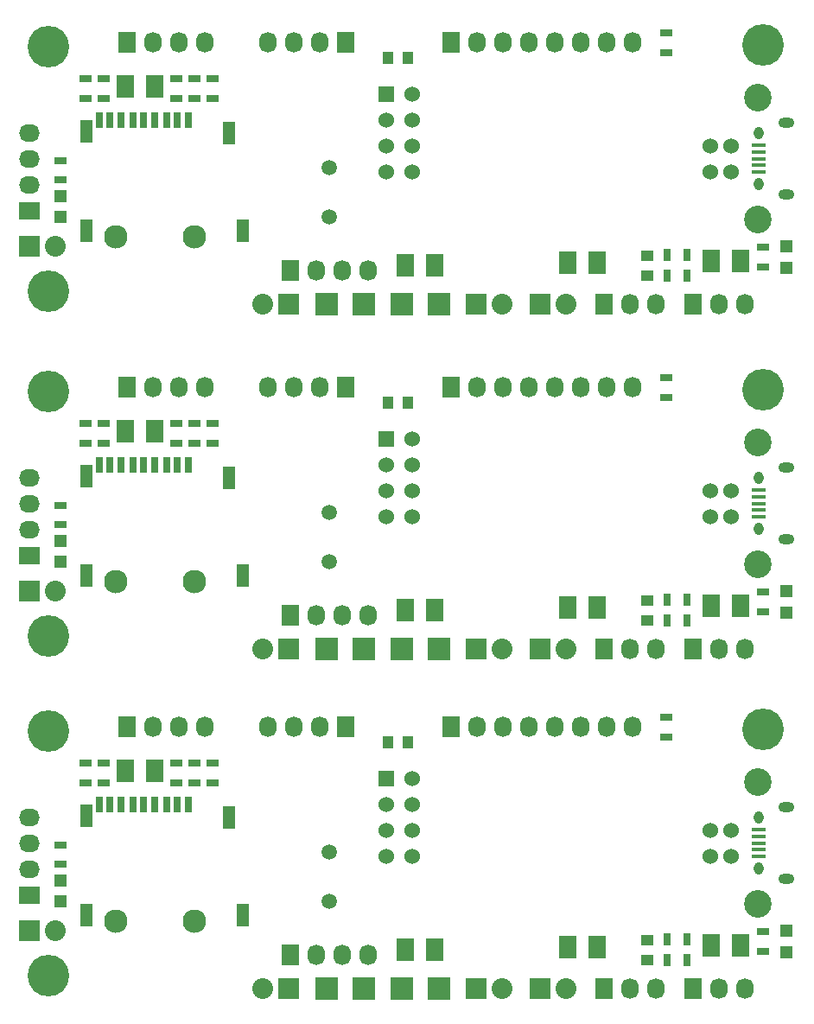
<source format=gts>
G04 #@! TF.FileFunction,Soldermask,Top*
%FSLAX46Y46*%
G04 Gerber Fmt 4.6, Leading zero omitted, Abs format (unit mm)*
G04 Created by KiCad (PCBNEW 4.0.4-stable) date Sun Nov  6 18:52:19 2016*
%MOMM*%
%LPD*%
G01*
G04 APERTURE LIST*
%ADD10C,0.100000*%
%ADD11C,1.524000*%
%ADD12C,2.700020*%
%ADD13R,0.660400X1.574800*%
%ADD14R,1.168400X2.184400*%
%ADD15C,2.300000*%
%ADD16R,1.524000X1.524000*%
%ADD17R,1.800000X2.230000*%
%ADD18R,1.000000X1.250000*%
%ADD19R,1.250000X1.000000*%
%ADD20R,1.198880X1.198880*%
%ADD21R,1.727200X2.032000*%
%ADD22O,1.727200X2.032000*%
%ADD23R,2.032000X2.032000*%
%ADD24O,2.032000X2.032000*%
%ADD25R,2.235200X2.235200*%
%ADD26R,2.032000X1.727200*%
%ADD27O,2.032000X1.727200*%
%ADD28R,1.300000X0.700000*%
%ADD29R,0.700000X1.300000*%
%ADD30C,1.501140*%
%ADD31R,1.350000X0.400000*%
%ADD32O,0.950000X1.250000*%
%ADD33O,1.550000X1.000000*%
%ADD34C,4.064000*%
G04 APERTURE END LIST*
D10*
D11*
X96520000Y-108458000D03*
X96520000Y-105918000D03*
X98518980Y-105918000D03*
X98518980Y-108458000D03*
D12*
X101219000Y-113187480D03*
X101219000Y-101188520D03*
D13*
X45415200Y-103378000D03*
X44323000Y-103378000D03*
X43230800Y-103378000D03*
X42113200Y-103378000D03*
X41021000Y-103378000D03*
X39928800Y-103378000D03*
X38811200Y-103378000D03*
X37719000Y-103378000D03*
X36626800Y-103378000D03*
D14*
X35380000Y-114278000D03*
X50730000Y-114278000D03*
X35380000Y-104478000D03*
X49380000Y-104648000D03*
D15*
X38265100Y-114878000D03*
X45961300Y-114878000D03*
D16*
X64770000Y-100838000D03*
D11*
X67310000Y-100838000D03*
X64770000Y-103378000D03*
X67310000Y-103378000D03*
X64770000Y-105918000D03*
X67310000Y-105918000D03*
X64770000Y-108458000D03*
X67310000Y-108458000D03*
D17*
X39180000Y-100076000D03*
X42100000Y-100076000D03*
D18*
X66913000Y-97345500D03*
X64913000Y-97345500D03*
D19*
X90360500Y-116665500D03*
X90360500Y-118665500D03*
D17*
X99504000Y-117221000D03*
X96584000Y-117221000D03*
X82550500Y-117411500D03*
X85470500Y-117411500D03*
X69532000Y-117665500D03*
X66612000Y-117665500D03*
D20*
X104013000Y-115790980D03*
X104013000Y-117889020D03*
X32829500Y-110837980D03*
X32829500Y-112936020D03*
D21*
X60833000Y-95758000D03*
D22*
X58293000Y-95758000D03*
X55753000Y-95758000D03*
X53213000Y-95758000D03*
D21*
X94869000Y-121412000D03*
D22*
X97409000Y-121412000D03*
X99949000Y-121412000D03*
D21*
X55372000Y-118110000D03*
D22*
X57912000Y-118110000D03*
X60452000Y-118110000D03*
X62992000Y-118110000D03*
D23*
X29845000Y-115760500D03*
D24*
X32385000Y-115760500D03*
D25*
X58928000Y-121412000D03*
X62611000Y-121412000D03*
D21*
X71120000Y-95758000D03*
D22*
X73660000Y-95758000D03*
X76200000Y-95758000D03*
X78740000Y-95758000D03*
X81280000Y-95758000D03*
X83820000Y-95758000D03*
X86360000Y-95758000D03*
X88900000Y-95758000D03*
D23*
X73596500Y-121412000D03*
D24*
X76136500Y-121412000D03*
D23*
X79819500Y-121412000D03*
D24*
X82359500Y-121412000D03*
D26*
X29845000Y-112268000D03*
D27*
X29845000Y-109728000D03*
X29845000Y-107188000D03*
X29845000Y-104648000D03*
D21*
X39370000Y-95758000D03*
D22*
X41910000Y-95758000D03*
X44450000Y-95758000D03*
X46990000Y-95758000D03*
D25*
X69977000Y-121412000D03*
X66294000Y-121412000D03*
D23*
X55245000Y-121412000D03*
D24*
X52705000Y-121412000D03*
D28*
X35306000Y-99380000D03*
X35306000Y-101280000D03*
X37084000Y-99380000D03*
X37084000Y-101280000D03*
X44196000Y-99380000D03*
X44196000Y-101280000D03*
X45974000Y-99380000D03*
X45974000Y-101280000D03*
X47752000Y-99380000D03*
X47752000Y-101280000D03*
D29*
X92331500Y-118681500D03*
X94231500Y-118681500D03*
X94231500Y-116586000D03*
X92331500Y-116586000D03*
D28*
X92202000Y-96771500D03*
X92202000Y-94871500D03*
X101727000Y-115890000D03*
X101727000Y-117790000D03*
X32829500Y-107381000D03*
X32829500Y-109281000D03*
D30*
X59182000Y-112930940D03*
X59182000Y-108049060D03*
D31*
X101307460Y-108488900D03*
X101307460Y-107838900D03*
X101307460Y-107188900D03*
X101307460Y-106538900D03*
X101307460Y-105888900D03*
D32*
X101307460Y-109688900D03*
X101307460Y-104688900D03*
D33*
X104007460Y-110688900D03*
X104007460Y-103688900D03*
D21*
X86106000Y-121412000D03*
D22*
X88646000Y-121412000D03*
X91186000Y-121412000D03*
D34*
X101670000Y-96012000D03*
X31675000Y-96218000D03*
X31675000Y-120218000D03*
X31675000Y-86944000D03*
X31675000Y-62944000D03*
X101670000Y-62738000D03*
D21*
X86106000Y-88138000D03*
D22*
X88646000Y-88138000D03*
X91186000Y-88138000D03*
D31*
X101307460Y-75214900D03*
X101307460Y-74564900D03*
X101307460Y-73914900D03*
X101307460Y-73264900D03*
X101307460Y-72614900D03*
D32*
X101307460Y-76414900D03*
X101307460Y-71414900D03*
D33*
X104007460Y-77414900D03*
X104007460Y-70414900D03*
D30*
X59182000Y-79656940D03*
X59182000Y-74775060D03*
D28*
X32829500Y-74107000D03*
X32829500Y-76007000D03*
X101727000Y-82616000D03*
X101727000Y-84516000D03*
X92202000Y-63497500D03*
X92202000Y-61597500D03*
D29*
X94231500Y-83312000D03*
X92331500Y-83312000D03*
X92331500Y-85407500D03*
X94231500Y-85407500D03*
D28*
X47752000Y-66106000D03*
X47752000Y-68006000D03*
X45974000Y-66106000D03*
X45974000Y-68006000D03*
X44196000Y-66106000D03*
X44196000Y-68006000D03*
X37084000Y-66106000D03*
X37084000Y-68006000D03*
X35306000Y-66106000D03*
X35306000Y-68006000D03*
D23*
X55245000Y-88138000D03*
D24*
X52705000Y-88138000D03*
D25*
X66294000Y-88138000D03*
X69977000Y-88138000D03*
D21*
X39370000Y-62484000D03*
D22*
X41910000Y-62484000D03*
X44450000Y-62484000D03*
X46990000Y-62484000D03*
D26*
X29845000Y-78994000D03*
D27*
X29845000Y-76454000D03*
X29845000Y-73914000D03*
X29845000Y-71374000D03*
D23*
X79819500Y-88138000D03*
D24*
X82359500Y-88138000D03*
D23*
X73596500Y-88138000D03*
D24*
X76136500Y-88138000D03*
D21*
X71120000Y-62484000D03*
D22*
X73660000Y-62484000D03*
X76200000Y-62484000D03*
X78740000Y-62484000D03*
X81280000Y-62484000D03*
X83820000Y-62484000D03*
X86360000Y-62484000D03*
X88900000Y-62484000D03*
D25*
X62611000Y-88138000D03*
X58928000Y-88138000D03*
D23*
X29845000Y-82486500D03*
D24*
X32385000Y-82486500D03*
D21*
X55372000Y-84836000D03*
D22*
X57912000Y-84836000D03*
X60452000Y-84836000D03*
X62992000Y-84836000D03*
D21*
X94869000Y-88138000D03*
D22*
X97409000Y-88138000D03*
X99949000Y-88138000D03*
D21*
X60833000Y-62484000D03*
D22*
X58293000Y-62484000D03*
X55753000Y-62484000D03*
X53213000Y-62484000D03*
D20*
X32829500Y-77563980D03*
X32829500Y-79662020D03*
X104013000Y-82516980D03*
X104013000Y-84615020D03*
D17*
X69532000Y-84391500D03*
X66612000Y-84391500D03*
X82550500Y-84137500D03*
X85470500Y-84137500D03*
X99504000Y-83947000D03*
X96584000Y-83947000D03*
D19*
X90360500Y-83391500D03*
X90360500Y-85391500D03*
D18*
X66913000Y-64071500D03*
X64913000Y-64071500D03*
D17*
X39180000Y-66802000D03*
X42100000Y-66802000D03*
D16*
X64770000Y-67564000D03*
D11*
X67310000Y-67564000D03*
X64770000Y-70104000D03*
X67310000Y-70104000D03*
X64770000Y-72644000D03*
X67310000Y-72644000D03*
X64770000Y-75184000D03*
X67310000Y-75184000D03*
D13*
X45415200Y-70104000D03*
X44323000Y-70104000D03*
X43230800Y-70104000D03*
X42113200Y-70104000D03*
X41021000Y-70104000D03*
X39928800Y-70104000D03*
X38811200Y-70104000D03*
X37719000Y-70104000D03*
X36626800Y-70104000D03*
D14*
X35380000Y-81004000D03*
X50730000Y-81004000D03*
X35380000Y-71204000D03*
X49380000Y-71374000D03*
D15*
X38265100Y-81604000D03*
X45961300Y-81604000D03*
D11*
X96520000Y-75184000D03*
X96520000Y-72644000D03*
X98518980Y-72644000D03*
X98518980Y-75184000D03*
D12*
X101219000Y-79913480D03*
X101219000Y-67914520D03*
D11*
X96520000Y-41402000D03*
X96520000Y-38862000D03*
X98518980Y-38862000D03*
X98518980Y-41402000D03*
D12*
X101219000Y-46131480D03*
X101219000Y-34132520D03*
D13*
X45415200Y-36322000D03*
X44323000Y-36322000D03*
X43230800Y-36322000D03*
X42113200Y-36322000D03*
X41021000Y-36322000D03*
X39928800Y-36322000D03*
X38811200Y-36322000D03*
X37719000Y-36322000D03*
X36626800Y-36322000D03*
D14*
X35380000Y-47222000D03*
X50730000Y-47222000D03*
X35380000Y-37422000D03*
X49380000Y-37592000D03*
D15*
X38265100Y-47822000D03*
X45961300Y-47822000D03*
D16*
X64770000Y-33782000D03*
D11*
X67310000Y-33782000D03*
X64770000Y-36322000D03*
X67310000Y-36322000D03*
X64770000Y-38862000D03*
X67310000Y-38862000D03*
X64770000Y-41402000D03*
X67310000Y-41402000D03*
D17*
X39180000Y-33020000D03*
X42100000Y-33020000D03*
D18*
X66913000Y-30289500D03*
X64913000Y-30289500D03*
D19*
X90360500Y-49609500D03*
X90360500Y-51609500D03*
D17*
X99504000Y-50165000D03*
X96584000Y-50165000D03*
X82550500Y-50355500D03*
X85470500Y-50355500D03*
X69532000Y-50609500D03*
X66612000Y-50609500D03*
D20*
X104013000Y-48734980D03*
X104013000Y-50833020D03*
X32829500Y-43781980D03*
X32829500Y-45880020D03*
D21*
X60833000Y-28702000D03*
D22*
X58293000Y-28702000D03*
X55753000Y-28702000D03*
X53213000Y-28702000D03*
D21*
X94869000Y-54356000D03*
D22*
X97409000Y-54356000D03*
X99949000Y-54356000D03*
D21*
X55372000Y-51054000D03*
D22*
X57912000Y-51054000D03*
X60452000Y-51054000D03*
X62992000Y-51054000D03*
D23*
X29845000Y-48704500D03*
D24*
X32385000Y-48704500D03*
D25*
X58928000Y-54356000D03*
X62611000Y-54356000D03*
D21*
X71120000Y-28702000D03*
D22*
X73660000Y-28702000D03*
X76200000Y-28702000D03*
X78740000Y-28702000D03*
X81280000Y-28702000D03*
X83820000Y-28702000D03*
X86360000Y-28702000D03*
X88900000Y-28702000D03*
D23*
X73596500Y-54356000D03*
D24*
X76136500Y-54356000D03*
D23*
X79819500Y-54356000D03*
D24*
X82359500Y-54356000D03*
D26*
X29845000Y-45212000D03*
D27*
X29845000Y-42672000D03*
X29845000Y-40132000D03*
X29845000Y-37592000D03*
D21*
X39370000Y-28702000D03*
D22*
X41910000Y-28702000D03*
X44450000Y-28702000D03*
X46990000Y-28702000D03*
D25*
X69977000Y-54356000D03*
X66294000Y-54356000D03*
D23*
X55245000Y-54356000D03*
D24*
X52705000Y-54356000D03*
D28*
X35306000Y-32324000D03*
X35306000Y-34224000D03*
X37084000Y-32324000D03*
X37084000Y-34224000D03*
X44196000Y-32324000D03*
X44196000Y-34224000D03*
X45974000Y-32324000D03*
X45974000Y-34224000D03*
X47752000Y-32324000D03*
X47752000Y-34224000D03*
D29*
X92331500Y-51625500D03*
X94231500Y-51625500D03*
X94231500Y-49530000D03*
X92331500Y-49530000D03*
D28*
X92202000Y-29715500D03*
X92202000Y-27815500D03*
X101727000Y-48834000D03*
X101727000Y-50734000D03*
X32829500Y-40325000D03*
X32829500Y-42225000D03*
D30*
X59182000Y-45874940D03*
X59182000Y-40993060D03*
D31*
X101307460Y-41432900D03*
X101307460Y-40782900D03*
X101307460Y-40132900D03*
X101307460Y-39482900D03*
X101307460Y-38832900D03*
D32*
X101307460Y-42632900D03*
X101307460Y-37632900D03*
D33*
X104007460Y-43632900D03*
X104007460Y-36632900D03*
D21*
X86106000Y-54356000D03*
D22*
X88646000Y-54356000D03*
X91186000Y-54356000D03*
D34*
X101670000Y-28956000D03*
X31675000Y-29162000D03*
X31675000Y-53162000D03*
M02*

</source>
